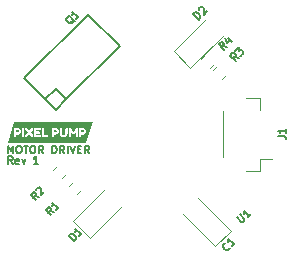
<source format=gbr>
%TF.GenerationSoftware,KiCad,Pcbnew,(5.99.0-11604-g878538abff)*%
%TF.CreationDate,2021-08-06T13:26:27+02:00*%
%TF.ProjectId,pixel-pump-motor-board,70697865-6c2d-4707-956d-702d6d6f746f,rev?*%
%TF.SameCoordinates,Original*%
%TF.FileFunction,Legend,Top*%
%TF.FilePolarity,Positive*%
%FSLAX46Y46*%
G04 Gerber Fmt 4.6, Leading zero omitted, Abs format (unit mm)*
G04 Created by KiCad (PCBNEW (5.99.0-11604-g878538abff)) date 2021-08-06 13:26:27*
%MOMM*%
%LPD*%
G01*
G04 APERTURE LIST*
%ADD10C,0.130000*%
%ADD11C,0.127000*%
%ADD12C,0.120000*%
G04 APERTURE END LIST*
D10*
X67729761Y-60719047D02*
X67729761Y-60069047D01*
X67946428Y-60533333D01*
X68163095Y-60069047D01*
X68163095Y-60719047D01*
X68596428Y-60069047D02*
X68720238Y-60069047D01*
X68782142Y-60100000D01*
X68844047Y-60161904D01*
X68875000Y-60285714D01*
X68875000Y-60502380D01*
X68844047Y-60626190D01*
X68782142Y-60688095D01*
X68720238Y-60719047D01*
X68596428Y-60719047D01*
X68534523Y-60688095D01*
X68472619Y-60626190D01*
X68441666Y-60502380D01*
X68441666Y-60285714D01*
X68472619Y-60161904D01*
X68534523Y-60100000D01*
X68596428Y-60069047D01*
X69060714Y-60069047D02*
X69432142Y-60069047D01*
X69246428Y-60719047D02*
X69246428Y-60069047D01*
X69772619Y-60069047D02*
X69896428Y-60069047D01*
X69958333Y-60100000D01*
X70020238Y-60161904D01*
X70051190Y-60285714D01*
X70051190Y-60502380D01*
X70020238Y-60626190D01*
X69958333Y-60688095D01*
X69896428Y-60719047D01*
X69772619Y-60719047D01*
X69710714Y-60688095D01*
X69648809Y-60626190D01*
X69617857Y-60502380D01*
X69617857Y-60285714D01*
X69648809Y-60161904D01*
X69710714Y-60100000D01*
X69772619Y-60069047D01*
X70701190Y-60719047D02*
X70484523Y-60409523D01*
X70329761Y-60719047D02*
X70329761Y-60069047D01*
X70577380Y-60069047D01*
X70639285Y-60100000D01*
X70670238Y-60130952D01*
X70701190Y-60192857D01*
X70701190Y-60285714D01*
X70670238Y-60347619D01*
X70639285Y-60378571D01*
X70577380Y-60409523D01*
X70329761Y-60409523D01*
X71475000Y-60719047D02*
X71475000Y-60069047D01*
X71629761Y-60069047D01*
X71722619Y-60100000D01*
X71784523Y-60161904D01*
X71815476Y-60223809D01*
X71846428Y-60347619D01*
X71846428Y-60440476D01*
X71815476Y-60564285D01*
X71784523Y-60626190D01*
X71722619Y-60688095D01*
X71629761Y-60719047D01*
X71475000Y-60719047D01*
X72496428Y-60719047D02*
X72279761Y-60409523D01*
X72125000Y-60719047D02*
X72125000Y-60069047D01*
X72372619Y-60069047D01*
X72434523Y-60100000D01*
X72465476Y-60130952D01*
X72496428Y-60192857D01*
X72496428Y-60285714D01*
X72465476Y-60347619D01*
X72434523Y-60378571D01*
X72372619Y-60409523D01*
X72125000Y-60409523D01*
X72775000Y-60719047D02*
X72775000Y-60069047D01*
X72991666Y-60069047D02*
X73208333Y-60719047D01*
X73425000Y-60069047D01*
X73641666Y-60378571D02*
X73858333Y-60378571D01*
X73951190Y-60719047D02*
X73641666Y-60719047D01*
X73641666Y-60069047D01*
X73951190Y-60069047D01*
X74601190Y-60719047D02*
X74384523Y-60409523D01*
X74229761Y-60719047D02*
X74229761Y-60069047D01*
X74477380Y-60069047D01*
X74539285Y-60100000D01*
X74570238Y-60130952D01*
X74601190Y-60192857D01*
X74601190Y-60285714D01*
X74570238Y-60347619D01*
X74539285Y-60378571D01*
X74477380Y-60409523D01*
X74229761Y-60409523D01*
X68117857Y-61619047D02*
X67901190Y-61309523D01*
X67746428Y-61619047D02*
X67746428Y-60969047D01*
X67994047Y-60969047D01*
X68055952Y-61000000D01*
X68086904Y-61030952D01*
X68117857Y-61092857D01*
X68117857Y-61185714D01*
X68086904Y-61247619D01*
X68055952Y-61278571D01*
X67994047Y-61309523D01*
X67746428Y-61309523D01*
X68644047Y-61588095D02*
X68582142Y-61619047D01*
X68458333Y-61619047D01*
X68396428Y-61588095D01*
X68365476Y-61526190D01*
X68365476Y-61278571D01*
X68396428Y-61216666D01*
X68458333Y-61185714D01*
X68582142Y-61185714D01*
X68644047Y-61216666D01*
X68675000Y-61278571D01*
X68675000Y-61340476D01*
X68365476Y-61402380D01*
X68891666Y-61185714D02*
X69046428Y-61619047D01*
X69201190Y-61185714D01*
X70284523Y-61619047D02*
X69913095Y-61619047D01*
X70098809Y-61619047D02*
X70098809Y-60969047D01*
X70036904Y-61061904D01*
X69975000Y-61123809D01*
X69913095Y-61154761D01*
%TO.C,U1*%
X87098117Y-66148489D02*
X87470190Y-66520562D01*
X87535850Y-66542449D01*
X87579623Y-66542449D01*
X87645283Y-66520562D01*
X87732829Y-66433016D01*
X87754716Y-66367356D01*
X87754716Y-66323582D01*
X87732829Y-66257923D01*
X87360757Y-65885850D01*
X88279995Y-65885850D02*
X88017356Y-66148489D01*
X88148676Y-66017170D02*
X87689056Y-65557550D01*
X87710943Y-65666983D01*
X87710943Y-65754530D01*
X87689056Y-65820190D01*
%TO.C,Q1*%
X73407923Y-49520469D02*
X73342263Y-49542356D01*
X73254716Y-49542356D01*
X73123396Y-49542356D01*
X73057736Y-49564242D01*
X73013963Y-49608016D01*
X73145283Y-49695562D02*
X73079623Y-49717449D01*
X72992076Y-49717449D01*
X72882643Y-49651789D01*
X72729437Y-49498582D01*
X72663777Y-49389149D01*
X72663777Y-49301603D01*
X72685663Y-49235943D01*
X72773210Y-49148396D01*
X72838870Y-49126510D01*
X72926417Y-49126510D01*
X73035850Y-49192170D01*
X73189056Y-49345376D01*
X73254716Y-49454809D01*
X73254716Y-49542356D01*
X73232829Y-49608016D01*
X73145283Y-49695562D01*
X73779995Y-49060850D02*
X73517356Y-49323489D01*
X73648676Y-49192170D02*
X73189056Y-48732550D01*
X73210943Y-48841983D01*
X73210943Y-48929530D01*
X73189056Y-48995190D01*
%TO.C,C1*%
X86487546Y-68690753D02*
X86487546Y-68734526D01*
X86443773Y-68822072D01*
X86400000Y-68865846D01*
X86312453Y-68909619D01*
X86224906Y-68909619D01*
X86159246Y-68887732D01*
X86049813Y-68822072D01*
X85984153Y-68756412D01*
X85918493Y-68646979D01*
X85896607Y-68581319D01*
X85896607Y-68493773D01*
X85940380Y-68406226D01*
X85984153Y-68362453D01*
X86071700Y-68318680D01*
X86115473Y-68318680D01*
X86969052Y-68296793D02*
X86706412Y-68559433D01*
X86837732Y-68428113D02*
X86378113Y-67968493D01*
X86400000Y-68077927D01*
X86400000Y-68165473D01*
X86378113Y-68231133D01*
%TO.C,J1*%
X90594047Y-59266666D02*
X91058333Y-59266666D01*
X91151190Y-59297619D01*
X91213095Y-59359523D01*
X91244047Y-59452380D01*
X91244047Y-59514285D01*
X91244047Y-58616666D02*
X91244047Y-58988095D01*
X91244047Y-58802380D02*
X90594047Y-58802380D01*
X90686904Y-58864285D01*
X90748809Y-58926190D01*
X90779761Y-58988095D01*
%TO.C,R1*%
X71632319Y-65689526D02*
X71260246Y-65623866D01*
X71369680Y-65952165D02*
X70910060Y-65492546D01*
X71085153Y-65317453D01*
X71150813Y-65295566D01*
X71194587Y-65295566D01*
X71260246Y-65317453D01*
X71325906Y-65383113D01*
X71347793Y-65448773D01*
X71347793Y-65492546D01*
X71325906Y-65558206D01*
X71150813Y-65733299D01*
X72070052Y-65251793D02*
X71807412Y-65514433D01*
X71938732Y-65383113D02*
X71479113Y-64923493D01*
X71501000Y-65032927D01*
X71501000Y-65120473D01*
X71479113Y-65186133D01*
%TO.C,R4*%
X86281319Y-51684526D02*
X85909246Y-51618866D01*
X86018680Y-51947165D02*
X85559060Y-51487546D01*
X85734153Y-51312453D01*
X85799813Y-51290566D01*
X85843587Y-51290566D01*
X85909246Y-51312453D01*
X85974906Y-51378113D01*
X85996793Y-51443773D01*
X85996793Y-51487546D01*
X85974906Y-51553206D01*
X85799813Y-51728299D01*
X86368866Y-50984153D02*
X86675279Y-51290566D01*
X86084340Y-50918493D02*
X86303206Y-51356226D01*
X86587732Y-51071700D01*
%TO.C,R2*%
X70362319Y-64419526D02*
X69990246Y-64353866D01*
X70099680Y-64682165D02*
X69640060Y-64222546D01*
X69815153Y-64047453D01*
X69880813Y-64025566D01*
X69924587Y-64025566D01*
X69990246Y-64047453D01*
X70055906Y-64113113D01*
X70077793Y-64178773D01*
X70077793Y-64222546D01*
X70055906Y-64288206D01*
X69880813Y-64463299D01*
X70121566Y-63828587D02*
X70121566Y-63784813D01*
X70143453Y-63719153D01*
X70252886Y-63609720D01*
X70318546Y-63587834D01*
X70362319Y-63587834D01*
X70427979Y-63609720D01*
X70471753Y-63653493D01*
X70515526Y-63741040D01*
X70515526Y-64266319D01*
X70800052Y-63981793D01*
%TO.C,D2*%
X83868680Y-49397165D02*
X83409060Y-48937546D01*
X83518493Y-48828113D01*
X83606040Y-48784340D01*
X83693587Y-48784340D01*
X83759246Y-48806226D01*
X83868680Y-48871886D01*
X83934340Y-48937546D01*
X84000000Y-49046979D01*
X84021886Y-49112639D01*
X84021886Y-49200186D01*
X83978113Y-49287732D01*
X83868680Y-49397165D01*
X83890566Y-48543587D02*
X83890566Y-48499813D01*
X83912453Y-48434153D01*
X84021886Y-48324720D01*
X84087546Y-48302834D01*
X84131319Y-48302834D01*
X84196979Y-48324720D01*
X84240753Y-48368493D01*
X84284526Y-48456040D01*
X84284526Y-48981319D01*
X84569052Y-48696793D01*
%TO.C,R3*%
X87281319Y-52634526D02*
X86909246Y-52568866D01*
X87018680Y-52897165D02*
X86559060Y-52437546D01*
X86734153Y-52262453D01*
X86799813Y-52240566D01*
X86843587Y-52240566D01*
X86909246Y-52262453D01*
X86974906Y-52328113D01*
X86996793Y-52393773D01*
X86996793Y-52437546D01*
X86974906Y-52503206D01*
X86799813Y-52678299D01*
X86974906Y-52021700D02*
X87259433Y-51737174D01*
X87281319Y-52065473D01*
X87346979Y-51999813D01*
X87412639Y-51977927D01*
X87456412Y-51977927D01*
X87522072Y-51999813D01*
X87631506Y-52109246D01*
X87653392Y-52174906D01*
X87653392Y-52218680D01*
X87631506Y-52284340D01*
X87500186Y-52415659D01*
X87434526Y-52437546D01*
X87390753Y-52437546D01*
%TO.C,D1*%
X73318681Y-68147165D02*
X72859061Y-67687546D01*
X72968494Y-67578113D01*
X73056041Y-67534340D01*
X73143588Y-67534340D01*
X73209247Y-67556226D01*
X73318681Y-67621886D01*
X73384341Y-67687546D01*
X73450001Y-67796979D01*
X73471887Y-67862639D01*
X73471887Y-67950186D01*
X73428114Y-68037732D01*
X73318681Y-68147165D01*
X74019053Y-67446793D02*
X73756413Y-67709433D01*
X73887733Y-67578113D02*
X73428114Y-67118493D01*
X73450001Y-67227927D01*
X73450001Y-67315473D01*
X73428114Y-67381133D01*
D11*
%TO.C,Q1*%
X77172635Y-51659482D02*
X74478558Y-48965405D01*
X71784482Y-57047635D02*
X72682507Y-56149610D01*
X74478558Y-48965405D02*
X69090405Y-54353558D01*
X71784482Y-55251584D02*
X72682507Y-56149610D01*
X69090405Y-54353558D02*
X70886456Y-56149610D01*
X72682507Y-56149610D02*
X77172635Y-51659482D01*
X70886456Y-56149610D02*
X71784482Y-57047635D01*
X70886456Y-56149610D02*
X71784482Y-55251584D01*
%TO.C,kibuzzard-610914A4*%
G36*
X71835027Y-58781288D02*
G01*
X71864952Y-58849908D01*
X71835027Y-58918012D01*
X71774147Y-58940713D01*
X71644130Y-58940713D01*
X71644130Y-58758071D01*
X71773115Y-58758071D01*
X71835027Y-58781288D01*
G37*
G36*
X68627960Y-58781288D02*
G01*
X68657884Y-58849908D01*
X68627960Y-58918012D01*
X68567079Y-58940713D01*
X68437063Y-58940713D01*
X68437063Y-58758071D01*
X68566047Y-58758071D01*
X68627960Y-58781288D01*
G37*
G36*
X74345665Y-59856806D02*
G01*
X67710251Y-59856806D01*
X68067423Y-58666234D01*
X68254421Y-58666234D01*
X68254421Y-59238925D01*
X68260612Y-59292583D01*
X68287957Y-59321217D01*
X68345226Y-59330762D01*
X68398367Y-59323797D01*
X68425712Y-59302901D01*
X68435515Y-59275557D01*
X68437063Y-59239957D01*
X68437063Y-59123355D01*
X68566047Y-59123355D01*
X68626584Y-59116017D01*
X68685745Y-59094004D01*
X68743530Y-59057315D01*
X68781967Y-59019781D01*
X68812665Y-58971153D01*
X68832787Y-58913755D01*
X68839494Y-58849908D01*
X68832787Y-58785932D01*
X68812665Y-58728147D01*
X68781967Y-58679133D01*
X68768803Y-58666234D01*
X68906566Y-58666234D01*
X68906566Y-59239957D01*
X68912757Y-59292583D01*
X68940102Y-59321991D01*
X68997371Y-59331794D01*
X69050512Y-59324829D01*
X69077857Y-59303933D01*
X69087660Y-59277104D01*
X69089208Y-59240989D01*
X69089208Y-58667266D01*
X69088117Y-58655916D01*
X69145961Y-58655916D01*
X69182077Y-58720924D01*
X69389483Y-58948968D01*
X69182077Y-59177013D01*
X69145961Y-59243053D01*
X69186720Y-59305481D01*
X69253792Y-59342113D01*
X69317252Y-59300838D01*
X69513308Y-59075889D01*
X69709365Y-59300838D01*
X69772825Y-59342113D01*
X69839897Y-59305997D01*
X69879624Y-59243053D01*
X69844540Y-59177013D01*
X69637133Y-58948968D01*
X69844540Y-58720924D01*
X69874056Y-58666234D01*
X69936377Y-58666234D01*
X69936377Y-59239957D01*
X69942568Y-59292583D01*
X69969913Y-59321991D01*
X70027182Y-59331794D01*
X70435805Y-59331794D01*
X70489462Y-59325603D01*
X70518097Y-59298258D01*
X70527642Y-59240989D01*
X70520676Y-59187847D01*
X70499781Y-59160503D01*
X70472436Y-59150700D01*
X70436837Y-59149152D01*
X70119019Y-59149152D01*
X70119019Y-59044933D01*
X70321267Y-59044933D01*
X70374924Y-59038741D01*
X70404332Y-59011397D01*
X70414135Y-58954128D01*
X70407170Y-58900986D01*
X70386275Y-58873641D01*
X70358930Y-58863838D01*
X70323330Y-58862291D01*
X70119019Y-58862291D01*
X70119019Y-58758071D01*
X70435805Y-58758071D01*
X70489462Y-58751880D01*
X70518097Y-58724535D01*
X70527642Y-58667266D01*
X70527507Y-58666234D01*
X70594713Y-58666234D01*
X70594713Y-59239957D01*
X70600905Y-59292583D01*
X70628249Y-59321991D01*
X70685518Y-59331794D01*
X71056993Y-59331794D01*
X71110651Y-59321475D01*
X71128193Y-59298774D01*
X71133352Y-59254919D01*
X71128193Y-59211064D01*
X71107555Y-59186815D01*
X71058025Y-59179076D01*
X70777355Y-59179076D01*
X70777355Y-58667266D01*
X70777256Y-58666234D01*
X71461488Y-58666234D01*
X71461488Y-59238925D01*
X71467680Y-59292583D01*
X71495024Y-59321217D01*
X71552293Y-59330762D01*
X71605435Y-59323797D01*
X71632780Y-59302901D01*
X71642583Y-59275557D01*
X71644130Y-59239957D01*
X71644130Y-59123355D01*
X71773115Y-59123355D01*
X71833651Y-59116017D01*
X71892812Y-59094004D01*
X71950597Y-59057315D01*
X71989035Y-59019781D01*
X72019733Y-58971153D01*
X72039854Y-58913755D01*
X72046562Y-58849908D01*
X72039854Y-58785932D01*
X72019733Y-58728147D01*
X71989035Y-58679133D01*
X71975871Y-58666234D01*
X72113633Y-58666234D01*
X72113633Y-58976829D01*
X72118857Y-59044159D01*
X72134529Y-59107877D01*
X72160648Y-59167984D01*
X72197215Y-59224479D01*
X72243521Y-59272977D01*
X72301951Y-59311156D01*
X72370054Y-59335921D01*
X72445381Y-59344176D01*
X72520837Y-59336050D01*
X72589328Y-59311672D01*
X72648403Y-59274138D01*
X72695611Y-59226543D01*
X72732629Y-59169273D01*
X72759071Y-59108909D01*
X72774936Y-59045448D01*
X72780225Y-58978893D01*
X72780225Y-58667266D01*
X72780106Y-58666234D01*
X72862775Y-58666234D01*
X72862775Y-59238925D01*
X72864323Y-59276073D01*
X72874125Y-59302901D01*
X72901470Y-59323797D01*
X72952548Y-59330762D01*
X73005173Y-59323797D01*
X73033034Y-59302901D01*
X73042837Y-59276588D01*
X73044385Y-59240989D01*
X73044385Y-58893247D01*
X73063474Y-58918915D01*
X73110425Y-58983536D01*
X73161245Y-59053059D01*
X73191943Y-59093431D01*
X73200198Y-59104781D01*
X73227543Y-59125935D01*
X73269849Y-59136769D01*
X73313188Y-59124903D01*
X73338469Y-59106329D01*
X73357043Y-59082080D01*
X73379486Y-59051511D01*
X73419987Y-58994887D01*
X73463584Y-58934651D01*
X73495314Y-58893247D01*
X73495314Y-59238925D01*
X73500473Y-59292583D01*
X73514920Y-59313220D01*
X73541748Y-59325603D01*
X73589215Y-59330762D01*
X73638745Y-59324571D01*
X73668153Y-59297484D01*
X73677956Y-59240989D01*
X73677956Y-58668298D01*
X73677868Y-58666234D01*
X73760506Y-58666234D01*
X73760506Y-59238925D01*
X73766697Y-59292583D01*
X73794042Y-59321217D01*
X73851311Y-59330762D01*
X73904453Y-59323797D01*
X73931797Y-59302901D01*
X73941600Y-59275557D01*
X73943148Y-59239957D01*
X73943148Y-59123355D01*
X74072132Y-59123355D01*
X74132669Y-59116017D01*
X74191830Y-59094004D01*
X74249615Y-59057315D01*
X74288052Y-59019781D01*
X74318750Y-58971153D01*
X74338872Y-58913755D01*
X74345579Y-58849908D01*
X74338872Y-58785932D01*
X74318750Y-58728147D01*
X74288052Y-58679133D01*
X74249615Y-58641469D01*
X74191944Y-58604780D01*
X74133127Y-58582767D01*
X74073164Y-58575429D01*
X73852343Y-58575429D01*
X73799201Y-58582395D01*
X73771857Y-58603290D01*
X73762054Y-58630635D01*
X73760506Y-58666234D01*
X73677868Y-58666234D01*
X73676408Y-58632182D01*
X73666605Y-58604322D01*
X73639390Y-58583426D01*
X73586635Y-58576461D01*
X73533106Y-58583426D01*
X73503569Y-58604322D01*
X73475378Y-58640355D01*
X73437859Y-58689018D01*
X73391012Y-58750312D01*
X73334837Y-58824235D01*
X73269333Y-58910789D01*
X73035098Y-58603290D01*
X73028907Y-58597099D01*
X73002594Y-58583168D01*
X72954612Y-58576461D01*
X72901986Y-58583168D01*
X72874125Y-58603290D01*
X72864323Y-58630635D01*
X72862775Y-58666234D01*
X72780106Y-58666234D01*
X72774033Y-58613609D01*
X72760619Y-58591939D01*
X72733790Y-58579557D01*
X72686840Y-58574397D01*
X72637826Y-58580589D01*
X72607902Y-58603290D01*
X72597583Y-58660043D01*
X72597583Y-58975797D01*
X72588296Y-59044675D01*
X72560435Y-59104781D01*
X72513743Y-59146572D01*
X72447961Y-59160503D01*
X72374698Y-59142961D01*
X72328263Y-59096526D01*
X72305046Y-59038225D01*
X72297307Y-58976829D01*
X72297307Y-58667266D01*
X72284925Y-58602258D01*
X72258096Y-58580589D01*
X72205470Y-58574397D01*
X72152845Y-58580589D01*
X72124984Y-58602258D01*
X72115181Y-58629603D01*
X72113633Y-58666234D01*
X71975871Y-58666234D01*
X71950597Y-58641469D01*
X71892927Y-58604780D01*
X71834110Y-58582767D01*
X71774147Y-58575429D01*
X71553325Y-58575429D01*
X71500184Y-58582395D01*
X71472839Y-58603290D01*
X71463036Y-58630635D01*
X71461488Y-58666234D01*
X70777256Y-58666234D01*
X70772196Y-58613609D01*
X70744077Y-58584974D01*
X70686550Y-58575429D01*
X70633409Y-58582395D01*
X70606064Y-58603290D01*
X70596261Y-58630635D01*
X70594713Y-58666234D01*
X70527507Y-58666234D01*
X70520676Y-58614125D01*
X70499781Y-58586780D01*
X70472436Y-58576977D01*
X70436837Y-58575429D01*
X70030278Y-58575429D01*
X69955983Y-58594519D01*
X69936377Y-58666234D01*
X69874056Y-58666234D01*
X69879624Y-58655916D01*
X69839381Y-58591939D01*
X69772825Y-58555824D01*
X69709365Y-58597099D01*
X69513308Y-58822047D01*
X69317252Y-58597099D01*
X69253792Y-58555824D01*
X69186204Y-58592455D01*
X69145961Y-58655916D01*
X69088117Y-58655916D01*
X69084048Y-58613609D01*
X69055930Y-58584974D01*
X68998403Y-58575429D01*
X68945261Y-58582395D01*
X68917917Y-58603290D01*
X68908114Y-58630635D01*
X68906566Y-58666234D01*
X68768803Y-58666234D01*
X68743530Y-58641469D01*
X68685859Y-58604780D01*
X68627042Y-58582767D01*
X68567079Y-58575429D01*
X68346258Y-58575429D01*
X68293116Y-58582395D01*
X68265772Y-58603290D01*
X68255969Y-58630635D01*
X68254421Y-58666234D01*
X68067423Y-58666234D01*
X68254335Y-58043194D01*
X74889749Y-58043194D01*
X74345665Y-59856806D01*
G37*
G36*
X74134045Y-58781288D02*
G01*
X74163969Y-58849908D01*
X74134045Y-58918012D01*
X74073164Y-58940713D01*
X73943148Y-58940713D01*
X73943148Y-58758071D01*
X74072132Y-58758071D01*
X74134045Y-58781288D01*
G37*
D12*
%TO.C,C1*%
X82507484Y-65829774D02*
X85272272Y-68594562D01*
X86594562Y-67272272D02*
X83829774Y-64507484D01*
X85272272Y-68594562D02*
X86594562Y-67272272D01*
%TO.C,J1*%
X89060000Y-55990000D02*
X89060000Y-57040000D01*
X85940000Y-61040000D02*
X85940000Y-57160000D01*
X87910000Y-55990000D02*
X89060000Y-55990000D01*
X89060000Y-62210000D02*
X89060000Y-61160000D01*
X87910000Y-62210000D02*
X89060000Y-62210000D01*
X89060000Y-61160000D02*
X90050000Y-61160000D01*
%TO.C,R1*%
X73607697Y-64189630D02*
X73943230Y-63854097D01*
X72868770Y-63450703D02*
X73204303Y-63115170D01*
%TO.C,R4*%
X84112770Y-52723303D02*
X84448303Y-52387770D01*
X84851697Y-53462230D02*
X85187230Y-53126697D01*
%TO.C,R2*%
X71573370Y-62104503D02*
X71908903Y-61768970D01*
X72312297Y-62843430D02*
X72647830Y-62507897D01*
%TO.C,D2*%
X81751903Y-52083883D02*
X83166117Y-53498097D01*
X83166117Y-53498097D02*
X85923833Y-50740381D01*
X81751903Y-52083883D02*
X84509619Y-49326167D01*
%TO.C,R3*%
X86162230Y-54076697D02*
X85826697Y-54412230D01*
X85423303Y-53337770D02*
X85087770Y-53673303D01*
%TO.C,D1*%
X73237258Y-66448528D02*
X75959619Y-63726167D01*
X74651472Y-67862742D02*
X77373833Y-65140381D01*
X73237258Y-66448528D02*
X74651472Y-67862742D01*
%TD*%
M02*

</source>
